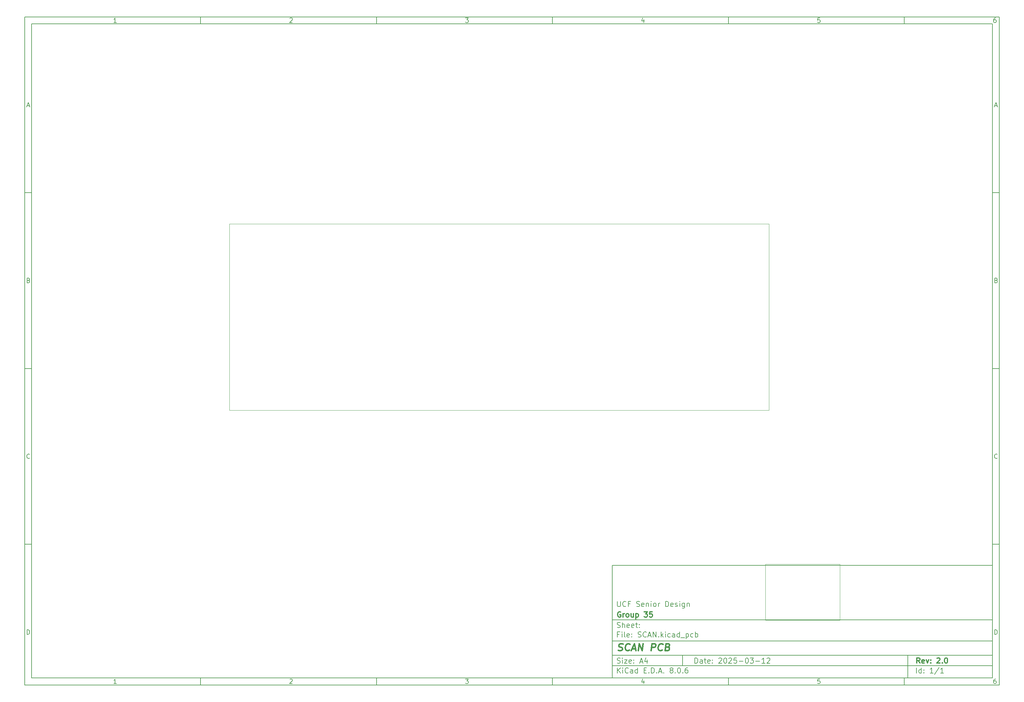
<source format=gbr>
G04 #@! TF.GenerationSoftware,KiCad,Pcbnew,8.0.6*
G04 #@! TF.CreationDate,2025-03-13T06:21:31-04:00*
G04 #@! TF.ProjectId,SCAN,5343414e-2e6b-4696-9361-645f70636258,2.0*
G04 #@! TF.SameCoordinates,Original*
G04 #@! TF.FileFunction,Profile,NP*
%FSLAX46Y46*%
G04 Gerber Fmt 4.6, Leading zero omitted, Abs format (unit mm)*
G04 Created by KiCad (PCBNEW 8.0.6) date 2025-03-13 06:21:31*
%MOMM*%
%LPD*%
G01*
G04 APERTURE LIST*
%ADD10C,0.100000*%
%ADD11C,0.150000*%
%ADD12C,0.300000*%
%ADD13C,0.400000*%
G04 #@! TA.AperFunction,Profile*
%ADD14C,0.100000*%
G04 #@! TD*
G04 APERTURE END LIST*
D10*
X220538867Y-165653700D02*
X220538867Y-181528700D01*
X241705533Y-181528700D01*
X241705533Y-165653700D01*
X220538867Y-165653700D01*
D11*
X177002200Y-166007200D02*
X285002200Y-166007200D01*
X285002200Y-198007200D01*
X177002200Y-198007200D01*
X177002200Y-166007200D01*
D10*
D11*
X10000000Y-10000000D02*
X287002200Y-10000000D01*
X287002200Y-200007200D01*
X10000000Y-200007200D01*
X10000000Y-10000000D01*
D10*
D11*
X12000000Y-12000000D02*
X285002200Y-12000000D01*
X285002200Y-198007200D01*
X12000000Y-198007200D01*
X12000000Y-12000000D01*
D10*
D11*
X60000000Y-12000000D02*
X60000000Y-10000000D01*
D10*
D11*
X110000000Y-12000000D02*
X110000000Y-10000000D01*
D10*
D11*
X160000000Y-12000000D02*
X160000000Y-10000000D01*
D10*
D11*
X210000000Y-12000000D02*
X210000000Y-10000000D01*
D10*
D11*
X260000000Y-12000000D02*
X260000000Y-10000000D01*
D10*
D11*
X36089160Y-11593604D02*
X35346303Y-11593604D01*
X35717731Y-11593604D02*
X35717731Y-10293604D01*
X35717731Y-10293604D02*
X35593922Y-10479319D01*
X35593922Y-10479319D02*
X35470112Y-10603128D01*
X35470112Y-10603128D02*
X35346303Y-10665033D01*
D10*
D11*
X85346303Y-10417414D02*
X85408207Y-10355509D01*
X85408207Y-10355509D02*
X85532017Y-10293604D01*
X85532017Y-10293604D02*
X85841541Y-10293604D01*
X85841541Y-10293604D02*
X85965350Y-10355509D01*
X85965350Y-10355509D02*
X86027255Y-10417414D01*
X86027255Y-10417414D02*
X86089160Y-10541223D01*
X86089160Y-10541223D02*
X86089160Y-10665033D01*
X86089160Y-10665033D02*
X86027255Y-10850747D01*
X86027255Y-10850747D02*
X85284398Y-11593604D01*
X85284398Y-11593604D02*
X86089160Y-11593604D01*
D10*
D11*
X135284398Y-10293604D02*
X136089160Y-10293604D01*
X136089160Y-10293604D02*
X135655826Y-10788842D01*
X135655826Y-10788842D02*
X135841541Y-10788842D01*
X135841541Y-10788842D02*
X135965350Y-10850747D01*
X135965350Y-10850747D02*
X136027255Y-10912652D01*
X136027255Y-10912652D02*
X136089160Y-11036461D01*
X136089160Y-11036461D02*
X136089160Y-11345985D01*
X136089160Y-11345985D02*
X136027255Y-11469795D01*
X136027255Y-11469795D02*
X135965350Y-11531700D01*
X135965350Y-11531700D02*
X135841541Y-11593604D01*
X135841541Y-11593604D02*
X135470112Y-11593604D01*
X135470112Y-11593604D02*
X135346303Y-11531700D01*
X135346303Y-11531700D02*
X135284398Y-11469795D01*
D10*
D11*
X185965350Y-10726938D02*
X185965350Y-11593604D01*
X185655826Y-10231700D02*
X185346303Y-11160271D01*
X185346303Y-11160271D02*
X186151064Y-11160271D01*
D10*
D11*
X236027255Y-10293604D02*
X235408207Y-10293604D01*
X235408207Y-10293604D02*
X235346303Y-10912652D01*
X235346303Y-10912652D02*
X235408207Y-10850747D01*
X235408207Y-10850747D02*
X235532017Y-10788842D01*
X235532017Y-10788842D02*
X235841541Y-10788842D01*
X235841541Y-10788842D02*
X235965350Y-10850747D01*
X235965350Y-10850747D02*
X236027255Y-10912652D01*
X236027255Y-10912652D02*
X236089160Y-11036461D01*
X236089160Y-11036461D02*
X236089160Y-11345985D01*
X236089160Y-11345985D02*
X236027255Y-11469795D01*
X236027255Y-11469795D02*
X235965350Y-11531700D01*
X235965350Y-11531700D02*
X235841541Y-11593604D01*
X235841541Y-11593604D02*
X235532017Y-11593604D01*
X235532017Y-11593604D02*
X235408207Y-11531700D01*
X235408207Y-11531700D02*
X235346303Y-11469795D01*
D10*
D11*
X285965350Y-10293604D02*
X285717731Y-10293604D01*
X285717731Y-10293604D02*
X285593922Y-10355509D01*
X285593922Y-10355509D02*
X285532017Y-10417414D01*
X285532017Y-10417414D02*
X285408207Y-10603128D01*
X285408207Y-10603128D02*
X285346303Y-10850747D01*
X285346303Y-10850747D02*
X285346303Y-11345985D01*
X285346303Y-11345985D02*
X285408207Y-11469795D01*
X285408207Y-11469795D02*
X285470112Y-11531700D01*
X285470112Y-11531700D02*
X285593922Y-11593604D01*
X285593922Y-11593604D02*
X285841541Y-11593604D01*
X285841541Y-11593604D02*
X285965350Y-11531700D01*
X285965350Y-11531700D02*
X286027255Y-11469795D01*
X286027255Y-11469795D02*
X286089160Y-11345985D01*
X286089160Y-11345985D02*
X286089160Y-11036461D01*
X286089160Y-11036461D02*
X286027255Y-10912652D01*
X286027255Y-10912652D02*
X285965350Y-10850747D01*
X285965350Y-10850747D02*
X285841541Y-10788842D01*
X285841541Y-10788842D02*
X285593922Y-10788842D01*
X285593922Y-10788842D02*
X285470112Y-10850747D01*
X285470112Y-10850747D02*
X285408207Y-10912652D01*
X285408207Y-10912652D02*
X285346303Y-11036461D01*
D10*
D11*
X60000000Y-198007200D02*
X60000000Y-200007200D01*
D10*
D11*
X110000000Y-198007200D02*
X110000000Y-200007200D01*
D10*
D11*
X160000000Y-198007200D02*
X160000000Y-200007200D01*
D10*
D11*
X210000000Y-198007200D02*
X210000000Y-200007200D01*
D10*
D11*
X260000000Y-198007200D02*
X260000000Y-200007200D01*
D10*
D11*
X36089160Y-199600804D02*
X35346303Y-199600804D01*
X35717731Y-199600804D02*
X35717731Y-198300804D01*
X35717731Y-198300804D02*
X35593922Y-198486519D01*
X35593922Y-198486519D02*
X35470112Y-198610328D01*
X35470112Y-198610328D02*
X35346303Y-198672233D01*
D10*
D11*
X85346303Y-198424614D02*
X85408207Y-198362709D01*
X85408207Y-198362709D02*
X85532017Y-198300804D01*
X85532017Y-198300804D02*
X85841541Y-198300804D01*
X85841541Y-198300804D02*
X85965350Y-198362709D01*
X85965350Y-198362709D02*
X86027255Y-198424614D01*
X86027255Y-198424614D02*
X86089160Y-198548423D01*
X86089160Y-198548423D02*
X86089160Y-198672233D01*
X86089160Y-198672233D02*
X86027255Y-198857947D01*
X86027255Y-198857947D02*
X85284398Y-199600804D01*
X85284398Y-199600804D02*
X86089160Y-199600804D01*
D10*
D11*
X135284398Y-198300804D02*
X136089160Y-198300804D01*
X136089160Y-198300804D02*
X135655826Y-198796042D01*
X135655826Y-198796042D02*
X135841541Y-198796042D01*
X135841541Y-198796042D02*
X135965350Y-198857947D01*
X135965350Y-198857947D02*
X136027255Y-198919852D01*
X136027255Y-198919852D02*
X136089160Y-199043661D01*
X136089160Y-199043661D02*
X136089160Y-199353185D01*
X136089160Y-199353185D02*
X136027255Y-199476995D01*
X136027255Y-199476995D02*
X135965350Y-199538900D01*
X135965350Y-199538900D02*
X135841541Y-199600804D01*
X135841541Y-199600804D02*
X135470112Y-199600804D01*
X135470112Y-199600804D02*
X135346303Y-199538900D01*
X135346303Y-199538900D02*
X135284398Y-199476995D01*
D10*
D11*
X185965350Y-198734138D02*
X185965350Y-199600804D01*
X185655826Y-198238900D02*
X185346303Y-199167471D01*
X185346303Y-199167471D02*
X186151064Y-199167471D01*
D10*
D11*
X236027255Y-198300804D02*
X235408207Y-198300804D01*
X235408207Y-198300804D02*
X235346303Y-198919852D01*
X235346303Y-198919852D02*
X235408207Y-198857947D01*
X235408207Y-198857947D02*
X235532017Y-198796042D01*
X235532017Y-198796042D02*
X235841541Y-198796042D01*
X235841541Y-198796042D02*
X235965350Y-198857947D01*
X235965350Y-198857947D02*
X236027255Y-198919852D01*
X236027255Y-198919852D02*
X236089160Y-199043661D01*
X236089160Y-199043661D02*
X236089160Y-199353185D01*
X236089160Y-199353185D02*
X236027255Y-199476995D01*
X236027255Y-199476995D02*
X235965350Y-199538900D01*
X235965350Y-199538900D02*
X235841541Y-199600804D01*
X235841541Y-199600804D02*
X235532017Y-199600804D01*
X235532017Y-199600804D02*
X235408207Y-199538900D01*
X235408207Y-199538900D02*
X235346303Y-199476995D01*
D10*
D11*
X285965350Y-198300804D02*
X285717731Y-198300804D01*
X285717731Y-198300804D02*
X285593922Y-198362709D01*
X285593922Y-198362709D02*
X285532017Y-198424614D01*
X285532017Y-198424614D02*
X285408207Y-198610328D01*
X285408207Y-198610328D02*
X285346303Y-198857947D01*
X285346303Y-198857947D02*
X285346303Y-199353185D01*
X285346303Y-199353185D02*
X285408207Y-199476995D01*
X285408207Y-199476995D02*
X285470112Y-199538900D01*
X285470112Y-199538900D02*
X285593922Y-199600804D01*
X285593922Y-199600804D02*
X285841541Y-199600804D01*
X285841541Y-199600804D02*
X285965350Y-199538900D01*
X285965350Y-199538900D02*
X286027255Y-199476995D01*
X286027255Y-199476995D02*
X286089160Y-199353185D01*
X286089160Y-199353185D02*
X286089160Y-199043661D01*
X286089160Y-199043661D02*
X286027255Y-198919852D01*
X286027255Y-198919852D02*
X285965350Y-198857947D01*
X285965350Y-198857947D02*
X285841541Y-198796042D01*
X285841541Y-198796042D02*
X285593922Y-198796042D01*
X285593922Y-198796042D02*
X285470112Y-198857947D01*
X285470112Y-198857947D02*
X285408207Y-198919852D01*
X285408207Y-198919852D02*
X285346303Y-199043661D01*
D10*
D11*
X10000000Y-60000000D02*
X12000000Y-60000000D01*
D10*
D11*
X10000000Y-110000000D02*
X12000000Y-110000000D01*
D10*
D11*
X10000000Y-160000000D02*
X12000000Y-160000000D01*
D10*
D11*
X10690476Y-35222176D02*
X11309523Y-35222176D01*
X10566666Y-35593604D02*
X10999999Y-34293604D01*
X10999999Y-34293604D02*
X11433333Y-35593604D01*
D10*
D11*
X11092857Y-84912652D02*
X11278571Y-84974557D01*
X11278571Y-84974557D02*
X11340476Y-85036461D01*
X11340476Y-85036461D02*
X11402380Y-85160271D01*
X11402380Y-85160271D02*
X11402380Y-85345985D01*
X11402380Y-85345985D02*
X11340476Y-85469795D01*
X11340476Y-85469795D02*
X11278571Y-85531700D01*
X11278571Y-85531700D02*
X11154761Y-85593604D01*
X11154761Y-85593604D02*
X10659523Y-85593604D01*
X10659523Y-85593604D02*
X10659523Y-84293604D01*
X10659523Y-84293604D02*
X11092857Y-84293604D01*
X11092857Y-84293604D02*
X11216666Y-84355509D01*
X11216666Y-84355509D02*
X11278571Y-84417414D01*
X11278571Y-84417414D02*
X11340476Y-84541223D01*
X11340476Y-84541223D02*
X11340476Y-84665033D01*
X11340476Y-84665033D02*
X11278571Y-84788842D01*
X11278571Y-84788842D02*
X11216666Y-84850747D01*
X11216666Y-84850747D02*
X11092857Y-84912652D01*
X11092857Y-84912652D02*
X10659523Y-84912652D01*
D10*
D11*
X11402380Y-135469795D02*
X11340476Y-135531700D01*
X11340476Y-135531700D02*
X11154761Y-135593604D01*
X11154761Y-135593604D02*
X11030952Y-135593604D01*
X11030952Y-135593604D02*
X10845238Y-135531700D01*
X10845238Y-135531700D02*
X10721428Y-135407890D01*
X10721428Y-135407890D02*
X10659523Y-135284080D01*
X10659523Y-135284080D02*
X10597619Y-135036461D01*
X10597619Y-135036461D02*
X10597619Y-134850747D01*
X10597619Y-134850747D02*
X10659523Y-134603128D01*
X10659523Y-134603128D02*
X10721428Y-134479319D01*
X10721428Y-134479319D02*
X10845238Y-134355509D01*
X10845238Y-134355509D02*
X11030952Y-134293604D01*
X11030952Y-134293604D02*
X11154761Y-134293604D01*
X11154761Y-134293604D02*
X11340476Y-134355509D01*
X11340476Y-134355509D02*
X11402380Y-134417414D01*
D10*
D11*
X10659523Y-185593604D02*
X10659523Y-184293604D01*
X10659523Y-184293604D02*
X10969047Y-184293604D01*
X10969047Y-184293604D02*
X11154761Y-184355509D01*
X11154761Y-184355509D02*
X11278571Y-184479319D01*
X11278571Y-184479319D02*
X11340476Y-184603128D01*
X11340476Y-184603128D02*
X11402380Y-184850747D01*
X11402380Y-184850747D02*
X11402380Y-185036461D01*
X11402380Y-185036461D02*
X11340476Y-185284080D01*
X11340476Y-185284080D02*
X11278571Y-185407890D01*
X11278571Y-185407890D02*
X11154761Y-185531700D01*
X11154761Y-185531700D02*
X10969047Y-185593604D01*
X10969047Y-185593604D02*
X10659523Y-185593604D01*
D10*
D11*
X287002200Y-60000000D02*
X285002200Y-60000000D01*
D10*
D11*
X287002200Y-110000000D02*
X285002200Y-110000000D01*
D10*
D11*
X287002200Y-160000000D02*
X285002200Y-160000000D01*
D10*
D11*
X285692676Y-35222176D02*
X286311723Y-35222176D01*
X285568866Y-35593604D02*
X286002199Y-34293604D01*
X286002199Y-34293604D02*
X286435533Y-35593604D01*
D10*
D11*
X286095057Y-84912652D02*
X286280771Y-84974557D01*
X286280771Y-84974557D02*
X286342676Y-85036461D01*
X286342676Y-85036461D02*
X286404580Y-85160271D01*
X286404580Y-85160271D02*
X286404580Y-85345985D01*
X286404580Y-85345985D02*
X286342676Y-85469795D01*
X286342676Y-85469795D02*
X286280771Y-85531700D01*
X286280771Y-85531700D02*
X286156961Y-85593604D01*
X286156961Y-85593604D02*
X285661723Y-85593604D01*
X285661723Y-85593604D02*
X285661723Y-84293604D01*
X285661723Y-84293604D02*
X286095057Y-84293604D01*
X286095057Y-84293604D02*
X286218866Y-84355509D01*
X286218866Y-84355509D02*
X286280771Y-84417414D01*
X286280771Y-84417414D02*
X286342676Y-84541223D01*
X286342676Y-84541223D02*
X286342676Y-84665033D01*
X286342676Y-84665033D02*
X286280771Y-84788842D01*
X286280771Y-84788842D02*
X286218866Y-84850747D01*
X286218866Y-84850747D02*
X286095057Y-84912652D01*
X286095057Y-84912652D02*
X285661723Y-84912652D01*
D10*
D11*
X286404580Y-135469795D02*
X286342676Y-135531700D01*
X286342676Y-135531700D02*
X286156961Y-135593604D01*
X286156961Y-135593604D02*
X286033152Y-135593604D01*
X286033152Y-135593604D02*
X285847438Y-135531700D01*
X285847438Y-135531700D02*
X285723628Y-135407890D01*
X285723628Y-135407890D02*
X285661723Y-135284080D01*
X285661723Y-135284080D02*
X285599819Y-135036461D01*
X285599819Y-135036461D02*
X285599819Y-134850747D01*
X285599819Y-134850747D02*
X285661723Y-134603128D01*
X285661723Y-134603128D02*
X285723628Y-134479319D01*
X285723628Y-134479319D02*
X285847438Y-134355509D01*
X285847438Y-134355509D02*
X286033152Y-134293604D01*
X286033152Y-134293604D02*
X286156961Y-134293604D01*
X286156961Y-134293604D02*
X286342676Y-134355509D01*
X286342676Y-134355509D02*
X286404580Y-134417414D01*
D10*
D11*
X285661723Y-185593604D02*
X285661723Y-184293604D01*
X285661723Y-184293604D02*
X285971247Y-184293604D01*
X285971247Y-184293604D02*
X286156961Y-184355509D01*
X286156961Y-184355509D02*
X286280771Y-184479319D01*
X286280771Y-184479319D02*
X286342676Y-184603128D01*
X286342676Y-184603128D02*
X286404580Y-184850747D01*
X286404580Y-184850747D02*
X286404580Y-185036461D01*
X286404580Y-185036461D02*
X286342676Y-185284080D01*
X286342676Y-185284080D02*
X286280771Y-185407890D01*
X286280771Y-185407890D02*
X286156961Y-185531700D01*
X286156961Y-185531700D02*
X285971247Y-185593604D01*
X285971247Y-185593604D02*
X285661723Y-185593604D01*
D10*
D11*
X200458026Y-193793328D02*
X200458026Y-192293328D01*
X200458026Y-192293328D02*
X200815169Y-192293328D01*
X200815169Y-192293328D02*
X201029455Y-192364757D01*
X201029455Y-192364757D02*
X201172312Y-192507614D01*
X201172312Y-192507614D02*
X201243741Y-192650471D01*
X201243741Y-192650471D02*
X201315169Y-192936185D01*
X201315169Y-192936185D02*
X201315169Y-193150471D01*
X201315169Y-193150471D02*
X201243741Y-193436185D01*
X201243741Y-193436185D02*
X201172312Y-193579042D01*
X201172312Y-193579042D02*
X201029455Y-193721900D01*
X201029455Y-193721900D02*
X200815169Y-193793328D01*
X200815169Y-193793328D02*
X200458026Y-193793328D01*
X202600884Y-193793328D02*
X202600884Y-193007614D01*
X202600884Y-193007614D02*
X202529455Y-192864757D01*
X202529455Y-192864757D02*
X202386598Y-192793328D01*
X202386598Y-192793328D02*
X202100884Y-192793328D01*
X202100884Y-192793328D02*
X201958026Y-192864757D01*
X202600884Y-193721900D02*
X202458026Y-193793328D01*
X202458026Y-193793328D02*
X202100884Y-193793328D01*
X202100884Y-193793328D02*
X201958026Y-193721900D01*
X201958026Y-193721900D02*
X201886598Y-193579042D01*
X201886598Y-193579042D02*
X201886598Y-193436185D01*
X201886598Y-193436185D02*
X201958026Y-193293328D01*
X201958026Y-193293328D02*
X202100884Y-193221900D01*
X202100884Y-193221900D02*
X202458026Y-193221900D01*
X202458026Y-193221900D02*
X202600884Y-193150471D01*
X203100884Y-192793328D02*
X203672312Y-192793328D01*
X203315169Y-192293328D02*
X203315169Y-193579042D01*
X203315169Y-193579042D02*
X203386598Y-193721900D01*
X203386598Y-193721900D02*
X203529455Y-193793328D01*
X203529455Y-193793328D02*
X203672312Y-193793328D01*
X204743741Y-193721900D02*
X204600884Y-193793328D01*
X204600884Y-193793328D02*
X204315170Y-193793328D01*
X204315170Y-193793328D02*
X204172312Y-193721900D01*
X204172312Y-193721900D02*
X204100884Y-193579042D01*
X204100884Y-193579042D02*
X204100884Y-193007614D01*
X204100884Y-193007614D02*
X204172312Y-192864757D01*
X204172312Y-192864757D02*
X204315170Y-192793328D01*
X204315170Y-192793328D02*
X204600884Y-192793328D01*
X204600884Y-192793328D02*
X204743741Y-192864757D01*
X204743741Y-192864757D02*
X204815170Y-193007614D01*
X204815170Y-193007614D02*
X204815170Y-193150471D01*
X204815170Y-193150471D02*
X204100884Y-193293328D01*
X205458026Y-193650471D02*
X205529455Y-193721900D01*
X205529455Y-193721900D02*
X205458026Y-193793328D01*
X205458026Y-193793328D02*
X205386598Y-193721900D01*
X205386598Y-193721900D02*
X205458026Y-193650471D01*
X205458026Y-193650471D02*
X205458026Y-193793328D01*
X205458026Y-192864757D02*
X205529455Y-192936185D01*
X205529455Y-192936185D02*
X205458026Y-193007614D01*
X205458026Y-193007614D02*
X205386598Y-192936185D01*
X205386598Y-192936185D02*
X205458026Y-192864757D01*
X205458026Y-192864757D02*
X205458026Y-193007614D01*
X207243741Y-192436185D02*
X207315169Y-192364757D01*
X207315169Y-192364757D02*
X207458027Y-192293328D01*
X207458027Y-192293328D02*
X207815169Y-192293328D01*
X207815169Y-192293328D02*
X207958027Y-192364757D01*
X207958027Y-192364757D02*
X208029455Y-192436185D01*
X208029455Y-192436185D02*
X208100884Y-192579042D01*
X208100884Y-192579042D02*
X208100884Y-192721900D01*
X208100884Y-192721900D02*
X208029455Y-192936185D01*
X208029455Y-192936185D02*
X207172312Y-193793328D01*
X207172312Y-193793328D02*
X208100884Y-193793328D01*
X209029455Y-192293328D02*
X209172312Y-192293328D01*
X209172312Y-192293328D02*
X209315169Y-192364757D01*
X209315169Y-192364757D02*
X209386598Y-192436185D01*
X209386598Y-192436185D02*
X209458026Y-192579042D01*
X209458026Y-192579042D02*
X209529455Y-192864757D01*
X209529455Y-192864757D02*
X209529455Y-193221900D01*
X209529455Y-193221900D02*
X209458026Y-193507614D01*
X209458026Y-193507614D02*
X209386598Y-193650471D01*
X209386598Y-193650471D02*
X209315169Y-193721900D01*
X209315169Y-193721900D02*
X209172312Y-193793328D01*
X209172312Y-193793328D02*
X209029455Y-193793328D01*
X209029455Y-193793328D02*
X208886598Y-193721900D01*
X208886598Y-193721900D02*
X208815169Y-193650471D01*
X208815169Y-193650471D02*
X208743740Y-193507614D01*
X208743740Y-193507614D02*
X208672312Y-193221900D01*
X208672312Y-193221900D02*
X208672312Y-192864757D01*
X208672312Y-192864757D02*
X208743740Y-192579042D01*
X208743740Y-192579042D02*
X208815169Y-192436185D01*
X208815169Y-192436185D02*
X208886598Y-192364757D01*
X208886598Y-192364757D02*
X209029455Y-192293328D01*
X210100883Y-192436185D02*
X210172311Y-192364757D01*
X210172311Y-192364757D02*
X210315169Y-192293328D01*
X210315169Y-192293328D02*
X210672311Y-192293328D01*
X210672311Y-192293328D02*
X210815169Y-192364757D01*
X210815169Y-192364757D02*
X210886597Y-192436185D01*
X210886597Y-192436185D02*
X210958026Y-192579042D01*
X210958026Y-192579042D02*
X210958026Y-192721900D01*
X210958026Y-192721900D02*
X210886597Y-192936185D01*
X210886597Y-192936185D02*
X210029454Y-193793328D01*
X210029454Y-193793328D02*
X210958026Y-193793328D01*
X212315168Y-192293328D02*
X211600882Y-192293328D01*
X211600882Y-192293328D02*
X211529454Y-193007614D01*
X211529454Y-193007614D02*
X211600882Y-192936185D01*
X211600882Y-192936185D02*
X211743740Y-192864757D01*
X211743740Y-192864757D02*
X212100882Y-192864757D01*
X212100882Y-192864757D02*
X212243740Y-192936185D01*
X212243740Y-192936185D02*
X212315168Y-193007614D01*
X212315168Y-193007614D02*
X212386597Y-193150471D01*
X212386597Y-193150471D02*
X212386597Y-193507614D01*
X212386597Y-193507614D02*
X212315168Y-193650471D01*
X212315168Y-193650471D02*
X212243740Y-193721900D01*
X212243740Y-193721900D02*
X212100882Y-193793328D01*
X212100882Y-193793328D02*
X211743740Y-193793328D01*
X211743740Y-193793328D02*
X211600882Y-193721900D01*
X211600882Y-193721900D02*
X211529454Y-193650471D01*
X213029453Y-193221900D02*
X214172311Y-193221900D01*
X215172311Y-192293328D02*
X215315168Y-192293328D01*
X215315168Y-192293328D02*
X215458025Y-192364757D01*
X215458025Y-192364757D02*
X215529454Y-192436185D01*
X215529454Y-192436185D02*
X215600882Y-192579042D01*
X215600882Y-192579042D02*
X215672311Y-192864757D01*
X215672311Y-192864757D02*
X215672311Y-193221900D01*
X215672311Y-193221900D02*
X215600882Y-193507614D01*
X215600882Y-193507614D02*
X215529454Y-193650471D01*
X215529454Y-193650471D02*
X215458025Y-193721900D01*
X215458025Y-193721900D02*
X215315168Y-193793328D01*
X215315168Y-193793328D02*
X215172311Y-193793328D01*
X215172311Y-193793328D02*
X215029454Y-193721900D01*
X215029454Y-193721900D02*
X214958025Y-193650471D01*
X214958025Y-193650471D02*
X214886596Y-193507614D01*
X214886596Y-193507614D02*
X214815168Y-193221900D01*
X214815168Y-193221900D02*
X214815168Y-192864757D01*
X214815168Y-192864757D02*
X214886596Y-192579042D01*
X214886596Y-192579042D02*
X214958025Y-192436185D01*
X214958025Y-192436185D02*
X215029454Y-192364757D01*
X215029454Y-192364757D02*
X215172311Y-192293328D01*
X216172310Y-192293328D02*
X217100882Y-192293328D01*
X217100882Y-192293328D02*
X216600882Y-192864757D01*
X216600882Y-192864757D02*
X216815167Y-192864757D01*
X216815167Y-192864757D02*
X216958025Y-192936185D01*
X216958025Y-192936185D02*
X217029453Y-193007614D01*
X217029453Y-193007614D02*
X217100882Y-193150471D01*
X217100882Y-193150471D02*
X217100882Y-193507614D01*
X217100882Y-193507614D02*
X217029453Y-193650471D01*
X217029453Y-193650471D02*
X216958025Y-193721900D01*
X216958025Y-193721900D02*
X216815167Y-193793328D01*
X216815167Y-193793328D02*
X216386596Y-193793328D01*
X216386596Y-193793328D02*
X216243739Y-193721900D01*
X216243739Y-193721900D02*
X216172310Y-193650471D01*
X217743738Y-193221900D02*
X218886596Y-193221900D01*
X220386596Y-193793328D02*
X219529453Y-193793328D01*
X219958024Y-193793328D02*
X219958024Y-192293328D01*
X219958024Y-192293328D02*
X219815167Y-192507614D01*
X219815167Y-192507614D02*
X219672310Y-192650471D01*
X219672310Y-192650471D02*
X219529453Y-192721900D01*
X220958024Y-192436185D02*
X221029452Y-192364757D01*
X221029452Y-192364757D02*
X221172310Y-192293328D01*
X221172310Y-192293328D02*
X221529452Y-192293328D01*
X221529452Y-192293328D02*
X221672310Y-192364757D01*
X221672310Y-192364757D02*
X221743738Y-192436185D01*
X221743738Y-192436185D02*
X221815167Y-192579042D01*
X221815167Y-192579042D02*
X221815167Y-192721900D01*
X221815167Y-192721900D02*
X221743738Y-192936185D01*
X221743738Y-192936185D02*
X220886595Y-193793328D01*
X220886595Y-193793328D02*
X221815167Y-193793328D01*
D10*
D11*
X177002200Y-194507200D02*
X285002200Y-194507200D01*
D10*
D11*
X178458026Y-196593328D02*
X178458026Y-195093328D01*
X179315169Y-196593328D02*
X178672312Y-195736185D01*
X179315169Y-195093328D02*
X178458026Y-195950471D01*
X179958026Y-196593328D02*
X179958026Y-195593328D01*
X179958026Y-195093328D02*
X179886598Y-195164757D01*
X179886598Y-195164757D02*
X179958026Y-195236185D01*
X179958026Y-195236185D02*
X180029455Y-195164757D01*
X180029455Y-195164757D02*
X179958026Y-195093328D01*
X179958026Y-195093328D02*
X179958026Y-195236185D01*
X181529455Y-196450471D02*
X181458027Y-196521900D01*
X181458027Y-196521900D02*
X181243741Y-196593328D01*
X181243741Y-196593328D02*
X181100884Y-196593328D01*
X181100884Y-196593328D02*
X180886598Y-196521900D01*
X180886598Y-196521900D02*
X180743741Y-196379042D01*
X180743741Y-196379042D02*
X180672312Y-196236185D01*
X180672312Y-196236185D02*
X180600884Y-195950471D01*
X180600884Y-195950471D02*
X180600884Y-195736185D01*
X180600884Y-195736185D02*
X180672312Y-195450471D01*
X180672312Y-195450471D02*
X180743741Y-195307614D01*
X180743741Y-195307614D02*
X180886598Y-195164757D01*
X180886598Y-195164757D02*
X181100884Y-195093328D01*
X181100884Y-195093328D02*
X181243741Y-195093328D01*
X181243741Y-195093328D02*
X181458027Y-195164757D01*
X181458027Y-195164757D02*
X181529455Y-195236185D01*
X182815170Y-196593328D02*
X182815170Y-195807614D01*
X182815170Y-195807614D02*
X182743741Y-195664757D01*
X182743741Y-195664757D02*
X182600884Y-195593328D01*
X182600884Y-195593328D02*
X182315170Y-195593328D01*
X182315170Y-195593328D02*
X182172312Y-195664757D01*
X182815170Y-196521900D02*
X182672312Y-196593328D01*
X182672312Y-196593328D02*
X182315170Y-196593328D01*
X182315170Y-196593328D02*
X182172312Y-196521900D01*
X182172312Y-196521900D02*
X182100884Y-196379042D01*
X182100884Y-196379042D02*
X182100884Y-196236185D01*
X182100884Y-196236185D02*
X182172312Y-196093328D01*
X182172312Y-196093328D02*
X182315170Y-196021900D01*
X182315170Y-196021900D02*
X182672312Y-196021900D01*
X182672312Y-196021900D02*
X182815170Y-195950471D01*
X184172313Y-196593328D02*
X184172313Y-195093328D01*
X184172313Y-196521900D02*
X184029455Y-196593328D01*
X184029455Y-196593328D02*
X183743741Y-196593328D01*
X183743741Y-196593328D02*
X183600884Y-196521900D01*
X183600884Y-196521900D02*
X183529455Y-196450471D01*
X183529455Y-196450471D02*
X183458027Y-196307614D01*
X183458027Y-196307614D02*
X183458027Y-195879042D01*
X183458027Y-195879042D02*
X183529455Y-195736185D01*
X183529455Y-195736185D02*
X183600884Y-195664757D01*
X183600884Y-195664757D02*
X183743741Y-195593328D01*
X183743741Y-195593328D02*
X184029455Y-195593328D01*
X184029455Y-195593328D02*
X184172313Y-195664757D01*
X186029455Y-195807614D02*
X186529455Y-195807614D01*
X186743741Y-196593328D02*
X186029455Y-196593328D01*
X186029455Y-196593328D02*
X186029455Y-195093328D01*
X186029455Y-195093328D02*
X186743741Y-195093328D01*
X187386598Y-196450471D02*
X187458027Y-196521900D01*
X187458027Y-196521900D02*
X187386598Y-196593328D01*
X187386598Y-196593328D02*
X187315170Y-196521900D01*
X187315170Y-196521900D02*
X187386598Y-196450471D01*
X187386598Y-196450471D02*
X187386598Y-196593328D01*
X188100884Y-196593328D02*
X188100884Y-195093328D01*
X188100884Y-195093328D02*
X188458027Y-195093328D01*
X188458027Y-195093328D02*
X188672313Y-195164757D01*
X188672313Y-195164757D02*
X188815170Y-195307614D01*
X188815170Y-195307614D02*
X188886599Y-195450471D01*
X188886599Y-195450471D02*
X188958027Y-195736185D01*
X188958027Y-195736185D02*
X188958027Y-195950471D01*
X188958027Y-195950471D02*
X188886599Y-196236185D01*
X188886599Y-196236185D02*
X188815170Y-196379042D01*
X188815170Y-196379042D02*
X188672313Y-196521900D01*
X188672313Y-196521900D02*
X188458027Y-196593328D01*
X188458027Y-196593328D02*
X188100884Y-196593328D01*
X189600884Y-196450471D02*
X189672313Y-196521900D01*
X189672313Y-196521900D02*
X189600884Y-196593328D01*
X189600884Y-196593328D02*
X189529456Y-196521900D01*
X189529456Y-196521900D02*
X189600884Y-196450471D01*
X189600884Y-196450471D02*
X189600884Y-196593328D01*
X190243742Y-196164757D02*
X190958028Y-196164757D01*
X190100885Y-196593328D02*
X190600885Y-195093328D01*
X190600885Y-195093328D02*
X191100885Y-196593328D01*
X191600884Y-196450471D02*
X191672313Y-196521900D01*
X191672313Y-196521900D02*
X191600884Y-196593328D01*
X191600884Y-196593328D02*
X191529456Y-196521900D01*
X191529456Y-196521900D02*
X191600884Y-196450471D01*
X191600884Y-196450471D02*
X191600884Y-196593328D01*
X193672313Y-195736185D02*
X193529456Y-195664757D01*
X193529456Y-195664757D02*
X193458027Y-195593328D01*
X193458027Y-195593328D02*
X193386599Y-195450471D01*
X193386599Y-195450471D02*
X193386599Y-195379042D01*
X193386599Y-195379042D02*
X193458027Y-195236185D01*
X193458027Y-195236185D02*
X193529456Y-195164757D01*
X193529456Y-195164757D02*
X193672313Y-195093328D01*
X193672313Y-195093328D02*
X193958027Y-195093328D01*
X193958027Y-195093328D02*
X194100885Y-195164757D01*
X194100885Y-195164757D02*
X194172313Y-195236185D01*
X194172313Y-195236185D02*
X194243742Y-195379042D01*
X194243742Y-195379042D02*
X194243742Y-195450471D01*
X194243742Y-195450471D02*
X194172313Y-195593328D01*
X194172313Y-195593328D02*
X194100885Y-195664757D01*
X194100885Y-195664757D02*
X193958027Y-195736185D01*
X193958027Y-195736185D02*
X193672313Y-195736185D01*
X193672313Y-195736185D02*
X193529456Y-195807614D01*
X193529456Y-195807614D02*
X193458027Y-195879042D01*
X193458027Y-195879042D02*
X193386599Y-196021900D01*
X193386599Y-196021900D02*
X193386599Y-196307614D01*
X193386599Y-196307614D02*
X193458027Y-196450471D01*
X193458027Y-196450471D02*
X193529456Y-196521900D01*
X193529456Y-196521900D02*
X193672313Y-196593328D01*
X193672313Y-196593328D02*
X193958027Y-196593328D01*
X193958027Y-196593328D02*
X194100885Y-196521900D01*
X194100885Y-196521900D02*
X194172313Y-196450471D01*
X194172313Y-196450471D02*
X194243742Y-196307614D01*
X194243742Y-196307614D02*
X194243742Y-196021900D01*
X194243742Y-196021900D02*
X194172313Y-195879042D01*
X194172313Y-195879042D02*
X194100885Y-195807614D01*
X194100885Y-195807614D02*
X193958027Y-195736185D01*
X194886598Y-196450471D02*
X194958027Y-196521900D01*
X194958027Y-196521900D02*
X194886598Y-196593328D01*
X194886598Y-196593328D02*
X194815170Y-196521900D01*
X194815170Y-196521900D02*
X194886598Y-196450471D01*
X194886598Y-196450471D02*
X194886598Y-196593328D01*
X195886599Y-195093328D02*
X196029456Y-195093328D01*
X196029456Y-195093328D02*
X196172313Y-195164757D01*
X196172313Y-195164757D02*
X196243742Y-195236185D01*
X196243742Y-195236185D02*
X196315170Y-195379042D01*
X196315170Y-195379042D02*
X196386599Y-195664757D01*
X196386599Y-195664757D02*
X196386599Y-196021900D01*
X196386599Y-196021900D02*
X196315170Y-196307614D01*
X196315170Y-196307614D02*
X196243742Y-196450471D01*
X196243742Y-196450471D02*
X196172313Y-196521900D01*
X196172313Y-196521900D02*
X196029456Y-196593328D01*
X196029456Y-196593328D02*
X195886599Y-196593328D01*
X195886599Y-196593328D02*
X195743742Y-196521900D01*
X195743742Y-196521900D02*
X195672313Y-196450471D01*
X195672313Y-196450471D02*
X195600884Y-196307614D01*
X195600884Y-196307614D02*
X195529456Y-196021900D01*
X195529456Y-196021900D02*
X195529456Y-195664757D01*
X195529456Y-195664757D02*
X195600884Y-195379042D01*
X195600884Y-195379042D02*
X195672313Y-195236185D01*
X195672313Y-195236185D02*
X195743742Y-195164757D01*
X195743742Y-195164757D02*
X195886599Y-195093328D01*
X197029455Y-196450471D02*
X197100884Y-196521900D01*
X197100884Y-196521900D02*
X197029455Y-196593328D01*
X197029455Y-196593328D02*
X196958027Y-196521900D01*
X196958027Y-196521900D02*
X197029455Y-196450471D01*
X197029455Y-196450471D02*
X197029455Y-196593328D01*
X198386599Y-195093328D02*
X198100884Y-195093328D01*
X198100884Y-195093328D02*
X197958027Y-195164757D01*
X197958027Y-195164757D02*
X197886599Y-195236185D01*
X197886599Y-195236185D02*
X197743741Y-195450471D01*
X197743741Y-195450471D02*
X197672313Y-195736185D01*
X197672313Y-195736185D02*
X197672313Y-196307614D01*
X197672313Y-196307614D02*
X197743741Y-196450471D01*
X197743741Y-196450471D02*
X197815170Y-196521900D01*
X197815170Y-196521900D02*
X197958027Y-196593328D01*
X197958027Y-196593328D02*
X198243741Y-196593328D01*
X198243741Y-196593328D02*
X198386599Y-196521900D01*
X198386599Y-196521900D02*
X198458027Y-196450471D01*
X198458027Y-196450471D02*
X198529456Y-196307614D01*
X198529456Y-196307614D02*
X198529456Y-195950471D01*
X198529456Y-195950471D02*
X198458027Y-195807614D01*
X198458027Y-195807614D02*
X198386599Y-195736185D01*
X198386599Y-195736185D02*
X198243741Y-195664757D01*
X198243741Y-195664757D02*
X197958027Y-195664757D01*
X197958027Y-195664757D02*
X197815170Y-195736185D01*
X197815170Y-195736185D02*
X197743741Y-195807614D01*
X197743741Y-195807614D02*
X197672313Y-195950471D01*
D10*
D11*
X177002200Y-191507200D02*
X285002200Y-191507200D01*
D10*
D12*
X264413853Y-193785528D02*
X263913853Y-193071242D01*
X263556710Y-193785528D02*
X263556710Y-192285528D01*
X263556710Y-192285528D02*
X264128139Y-192285528D01*
X264128139Y-192285528D02*
X264270996Y-192356957D01*
X264270996Y-192356957D02*
X264342425Y-192428385D01*
X264342425Y-192428385D02*
X264413853Y-192571242D01*
X264413853Y-192571242D02*
X264413853Y-192785528D01*
X264413853Y-192785528D02*
X264342425Y-192928385D01*
X264342425Y-192928385D02*
X264270996Y-192999814D01*
X264270996Y-192999814D02*
X264128139Y-193071242D01*
X264128139Y-193071242D02*
X263556710Y-193071242D01*
X265628139Y-193714100D02*
X265485282Y-193785528D01*
X265485282Y-193785528D02*
X265199568Y-193785528D01*
X265199568Y-193785528D02*
X265056710Y-193714100D01*
X265056710Y-193714100D02*
X264985282Y-193571242D01*
X264985282Y-193571242D02*
X264985282Y-192999814D01*
X264985282Y-192999814D02*
X265056710Y-192856957D01*
X265056710Y-192856957D02*
X265199568Y-192785528D01*
X265199568Y-192785528D02*
X265485282Y-192785528D01*
X265485282Y-192785528D02*
X265628139Y-192856957D01*
X265628139Y-192856957D02*
X265699568Y-192999814D01*
X265699568Y-192999814D02*
X265699568Y-193142671D01*
X265699568Y-193142671D02*
X264985282Y-193285528D01*
X266199567Y-192785528D02*
X266556710Y-193785528D01*
X266556710Y-193785528D02*
X266913853Y-192785528D01*
X267485281Y-193642671D02*
X267556710Y-193714100D01*
X267556710Y-193714100D02*
X267485281Y-193785528D01*
X267485281Y-193785528D02*
X267413853Y-193714100D01*
X267413853Y-193714100D02*
X267485281Y-193642671D01*
X267485281Y-193642671D02*
X267485281Y-193785528D01*
X267485281Y-192856957D02*
X267556710Y-192928385D01*
X267556710Y-192928385D02*
X267485281Y-192999814D01*
X267485281Y-192999814D02*
X267413853Y-192928385D01*
X267413853Y-192928385D02*
X267485281Y-192856957D01*
X267485281Y-192856957D02*
X267485281Y-192999814D01*
X269270996Y-192428385D02*
X269342424Y-192356957D01*
X269342424Y-192356957D02*
X269485282Y-192285528D01*
X269485282Y-192285528D02*
X269842424Y-192285528D01*
X269842424Y-192285528D02*
X269985282Y-192356957D01*
X269985282Y-192356957D02*
X270056710Y-192428385D01*
X270056710Y-192428385D02*
X270128139Y-192571242D01*
X270128139Y-192571242D02*
X270128139Y-192714100D01*
X270128139Y-192714100D02*
X270056710Y-192928385D01*
X270056710Y-192928385D02*
X269199567Y-193785528D01*
X269199567Y-193785528D02*
X270128139Y-193785528D01*
X270770995Y-193642671D02*
X270842424Y-193714100D01*
X270842424Y-193714100D02*
X270770995Y-193785528D01*
X270770995Y-193785528D02*
X270699567Y-193714100D01*
X270699567Y-193714100D02*
X270770995Y-193642671D01*
X270770995Y-193642671D02*
X270770995Y-193785528D01*
X271770996Y-192285528D02*
X271913853Y-192285528D01*
X271913853Y-192285528D02*
X272056710Y-192356957D01*
X272056710Y-192356957D02*
X272128139Y-192428385D01*
X272128139Y-192428385D02*
X272199567Y-192571242D01*
X272199567Y-192571242D02*
X272270996Y-192856957D01*
X272270996Y-192856957D02*
X272270996Y-193214100D01*
X272270996Y-193214100D02*
X272199567Y-193499814D01*
X272199567Y-193499814D02*
X272128139Y-193642671D01*
X272128139Y-193642671D02*
X272056710Y-193714100D01*
X272056710Y-193714100D02*
X271913853Y-193785528D01*
X271913853Y-193785528D02*
X271770996Y-193785528D01*
X271770996Y-193785528D02*
X271628139Y-193714100D01*
X271628139Y-193714100D02*
X271556710Y-193642671D01*
X271556710Y-193642671D02*
X271485281Y-193499814D01*
X271485281Y-193499814D02*
X271413853Y-193214100D01*
X271413853Y-193214100D02*
X271413853Y-192856957D01*
X271413853Y-192856957D02*
X271485281Y-192571242D01*
X271485281Y-192571242D02*
X271556710Y-192428385D01*
X271556710Y-192428385D02*
X271628139Y-192356957D01*
X271628139Y-192356957D02*
X271770996Y-192285528D01*
D10*
D11*
X178386598Y-193721900D02*
X178600884Y-193793328D01*
X178600884Y-193793328D02*
X178958026Y-193793328D01*
X178958026Y-193793328D02*
X179100884Y-193721900D01*
X179100884Y-193721900D02*
X179172312Y-193650471D01*
X179172312Y-193650471D02*
X179243741Y-193507614D01*
X179243741Y-193507614D02*
X179243741Y-193364757D01*
X179243741Y-193364757D02*
X179172312Y-193221900D01*
X179172312Y-193221900D02*
X179100884Y-193150471D01*
X179100884Y-193150471D02*
X178958026Y-193079042D01*
X178958026Y-193079042D02*
X178672312Y-193007614D01*
X178672312Y-193007614D02*
X178529455Y-192936185D01*
X178529455Y-192936185D02*
X178458026Y-192864757D01*
X178458026Y-192864757D02*
X178386598Y-192721900D01*
X178386598Y-192721900D02*
X178386598Y-192579042D01*
X178386598Y-192579042D02*
X178458026Y-192436185D01*
X178458026Y-192436185D02*
X178529455Y-192364757D01*
X178529455Y-192364757D02*
X178672312Y-192293328D01*
X178672312Y-192293328D02*
X179029455Y-192293328D01*
X179029455Y-192293328D02*
X179243741Y-192364757D01*
X179886597Y-193793328D02*
X179886597Y-192793328D01*
X179886597Y-192293328D02*
X179815169Y-192364757D01*
X179815169Y-192364757D02*
X179886597Y-192436185D01*
X179886597Y-192436185D02*
X179958026Y-192364757D01*
X179958026Y-192364757D02*
X179886597Y-192293328D01*
X179886597Y-192293328D02*
X179886597Y-192436185D01*
X180458026Y-192793328D02*
X181243741Y-192793328D01*
X181243741Y-192793328D02*
X180458026Y-193793328D01*
X180458026Y-193793328D02*
X181243741Y-193793328D01*
X182386598Y-193721900D02*
X182243741Y-193793328D01*
X182243741Y-193793328D02*
X181958027Y-193793328D01*
X181958027Y-193793328D02*
X181815169Y-193721900D01*
X181815169Y-193721900D02*
X181743741Y-193579042D01*
X181743741Y-193579042D02*
X181743741Y-193007614D01*
X181743741Y-193007614D02*
X181815169Y-192864757D01*
X181815169Y-192864757D02*
X181958027Y-192793328D01*
X181958027Y-192793328D02*
X182243741Y-192793328D01*
X182243741Y-192793328D02*
X182386598Y-192864757D01*
X182386598Y-192864757D02*
X182458027Y-193007614D01*
X182458027Y-193007614D02*
X182458027Y-193150471D01*
X182458027Y-193150471D02*
X181743741Y-193293328D01*
X183100883Y-193650471D02*
X183172312Y-193721900D01*
X183172312Y-193721900D02*
X183100883Y-193793328D01*
X183100883Y-193793328D02*
X183029455Y-193721900D01*
X183029455Y-193721900D02*
X183100883Y-193650471D01*
X183100883Y-193650471D02*
X183100883Y-193793328D01*
X183100883Y-192864757D02*
X183172312Y-192936185D01*
X183172312Y-192936185D02*
X183100883Y-193007614D01*
X183100883Y-193007614D02*
X183029455Y-192936185D01*
X183029455Y-192936185D02*
X183100883Y-192864757D01*
X183100883Y-192864757D02*
X183100883Y-193007614D01*
X184886598Y-193364757D02*
X185600884Y-193364757D01*
X184743741Y-193793328D02*
X185243741Y-192293328D01*
X185243741Y-192293328D02*
X185743741Y-193793328D01*
X186886598Y-192793328D02*
X186886598Y-193793328D01*
X186529455Y-192221900D02*
X186172312Y-193293328D01*
X186172312Y-193293328D02*
X187100883Y-193293328D01*
D10*
D11*
X263458026Y-196593328D02*
X263458026Y-195093328D01*
X264815170Y-196593328D02*
X264815170Y-195093328D01*
X264815170Y-196521900D02*
X264672312Y-196593328D01*
X264672312Y-196593328D02*
X264386598Y-196593328D01*
X264386598Y-196593328D02*
X264243741Y-196521900D01*
X264243741Y-196521900D02*
X264172312Y-196450471D01*
X264172312Y-196450471D02*
X264100884Y-196307614D01*
X264100884Y-196307614D02*
X264100884Y-195879042D01*
X264100884Y-195879042D02*
X264172312Y-195736185D01*
X264172312Y-195736185D02*
X264243741Y-195664757D01*
X264243741Y-195664757D02*
X264386598Y-195593328D01*
X264386598Y-195593328D02*
X264672312Y-195593328D01*
X264672312Y-195593328D02*
X264815170Y-195664757D01*
X265529455Y-196450471D02*
X265600884Y-196521900D01*
X265600884Y-196521900D02*
X265529455Y-196593328D01*
X265529455Y-196593328D02*
X265458027Y-196521900D01*
X265458027Y-196521900D02*
X265529455Y-196450471D01*
X265529455Y-196450471D02*
X265529455Y-196593328D01*
X265529455Y-195664757D02*
X265600884Y-195736185D01*
X265600884Y-195736185D02*
X265529455Y-195807614D01*
X265529455Y-195807614D02*
X265458027Y-195736185D01*
X265458027Y-195736185D02*
X265529455Y-195664757D01*
X265529455Y-195664757D02*
X265529455Y-195807614D01*
X268172313Y-196593328D02*
X267315170Y-196593328D01*
X267743741Y-196593328D02*
X267743741Y-195093328D01*
X267743741Y-195093328D02*
X267600884Y-195307614D01*
X267600884Y-195307614D02*
X267458027Y-195450471D01*
X267458027Y-195450471D02*
X267315170Y-195521900D01*
X269886598Y-195021900D02*
X268600884Y-196950471D01*
X271172313Y-196593328D02*
X270315170Y-196593328D01*
X270743741Y-196593328D02*
X270743741Y-195093328D01*
X270743741Y-195093328D02*
X270600884Y-195307614D01*
X270600884Y-195307614D02*
X270458027Y-195450471D01*
X270458027Y-195450471D02*
X270315170Y-195521900D01*
D10*
D11*
X177002200Y-187507200D02*
X285002200Y-187507200D01*
D10*
D13*
X178646309Y-190116400D02*
X178920118Y-190211638D01*
X178920118Y-190211638D02*
X179396309Y-190211638D01*
X179396309Y-190211638D02*
X179598690Y-190116400D01*
X179598690Y-190116400D02*
X179705833Y-190021161D01*
X179705833Y-190021161D02*
X179824880Y-189830685D01*
X179824880Y-189830685D02*
X179848690Y-189640209D01*
X179848690Y-189640209D02*
X179777261Y-189449733D01*
X179777261Y-189449733D02*
X179693928Y-189354495D01*
X179693928Y-189354495D02*
X179515357Y-189259257D01*
X179515357Y-189259257D02*
X179146309Y-189164019D01*
X179146309Y-189164019D02*
X178967737Y-189068780D01*
X178967737Y-189068780D02*
X178884404Y-188973542D01*
X178884404Y-188973542D02*
X178812976Y-188783066D01*
X178812976Y-188783066D02*
X178836785Y-188592590D01*
X178836785Y-188592590D02*
X178955833Y-188402114D01*
X178955833Y-188402114D02*
X179062976Y-188306876D01*
X179062976Y-188306876D02*
X179265357Y-188211638D01*
X179265357Y-188211638D02*
X179741547Y-188211638D01*
X179741547Y-188211638D02*
X180015357Y-188306876D01*
X181801071Y-190021161D02*
X181693928Y-190116400D01*
X181693928Y-190116400D02*
X181396309Y-190211638D01*
X181396309Y-190211638D02*
X181205833Y-190211638D01*
X181205833Y-190211638D02*
X180932023Y-190116400D01*
X180932023Y-190116400D02*
X180765357Y-189925923D01*
X180765357Y-189925923D02*
X180693928Y-189735447D01*
X180693928Y-189735447D02*
X180646309Y-189354495D01*
X180646309Y-189354495D02*
X180682023Y-189068780D01*
X180682023Y-189068780D02*
X180824880Y-188687828D01*
X180824880Y-188687828D02*
X180943928Y-188497352D01*
X180943928Y-188497352D02*
X181158214Y-188306876D01*
X181158214Y-188306876D02*
X181455833Y-188211638D01*
X181455833Y-188211638D02*
X181646309Y-188211638D01*
X181646309Y-188211638D02*
X181920119Y-188306876D01*
X181920119Y-188306876D02*
X182003452Y-188402114D01*
X182610595Y-189640209D02*
X183562976Y-189640209D01*
X182348690Y-190211638D02*
X183265357Y-188211638D01*
X183265357Y-188211638D02*
X183682023Y-190211638D01*
X184348690Y-190211638D02*
X184598690Y-188211638D01*
X184598690Y-188211638D02*
X185491547Y-190211638D01*
X185491547Y-190211638D02*
X185741547Y-188211638D01*
X187967738Y-190211638D02*
X188217738Y-188211638D01*
X188217738Y-188211638D02*
X188979643Y-188211638D01*
X188979643Y-188211638D02*
X189158214Y-188306876D01*
X189158214Y-188306876D02*
X189241548Y-188402114D01*
X189241548Y-188402114D02*
X189312976Y-188592590D01*
X189312976Y-188592590D02*
X189277262Y-188878304D01*
X189277262Y-188878304D02*
X189158214Y-189068780D01*
X189158214Y-189068780D02*
X189051072Y-189164019D01*
X189051072Y-189164019D02*
X188848691Y-189259257D01*
X188848691Y-189259257D02*
X188086786Y-189259257D01*
X191134405Y-190021161D02*
X191027262Y-190116400D01*
X191027262Y-190116400D02*
X190729643Y-190211638D01*
X190729643Y-190211638D02*
X190539167Y-190211638D01*
X190539167Y-190211638D02*
X190265357Y-190116400D01*
X190265357Y-190116400D02*
X190098691Y-189925923D01*
X190098691Y-189925923D02*
X190027262Y-189735447D01*
X190027262Y-189735447D02*
X189979643Y-189354495D01*
X189979643Y-189354495D02*
X190015357Y-189068780D01*
X190015357Y-189068780D02*
X190158214Y-188687828D01*
X190158214Y-188687828D02*
X190277262Y-188497352D01*
X190277262Y-188497352D02*
X190491548Y-188306876D01*
X190491548Y-188306876D02*
X190789167Y-188211638D01*
X190789167Y-188211638D02*
X190979643Y-188211638D01*
X190979643Y-188211638D02*
X191253453Y-188306876D01*
X191253453Y-188306876D02*
X191336786Y-188402114D01*
X192765357Y-189164019D02*
X193039167Y-189259257D01*
X193039167Y-189259257D02*
X193122500Y-189354495D01*
X193122500Y-189354495D02*
X193193929Y-189544971D01*
X193193929Y-189544971D02*
X193158214Y-189830685D01*
X193158214Y-189830685D02*
X193039167Y-190021161D01*
X193039167Y-190021161D02*
X192932024Y-190116400D01*
X192932024Y-190116400D02*
X192729643Y-190211638D01*
X192729643Y-190211638D02*
X191967738Y-190211638D01*
X191967738Y-190211638D02*
X192217738Y-188211638D01*
X192217738Y-188211638D02*
X192884405Y-188211638D01*
X192884405Y-188211638D02*
X193062976Y-188306876D01*
X193062976Y-188306876D02*
X193146310Y-188402114D01*
X193146310Y-188402114D02*
X193217738Y-188592590D01*
X193217738Y-188592590D02*
X193193929Y-188783066D01*
X193193929Y-188783066D02*
X193074881Y-188973542D01*
X193074881Y-188973542D02*
X192967738Y-189068780D01*
X192967738Y-189068780D02*
X192765357Y-189164019D01*
X192765357Y-189164019D02*
X192098691Y-189164019D01*
D10*
D11*
X178958026Y-185607614D02*
X178458026Y-185607614D01*
X178458026Y-186393328D02*
X178458026Y-184893328D01*
X178458026Y-184893328D02*
X179172312Y-184893328D01*
X179743740Y-186393328D02*
X179743740Y-185393328D01*
X179743740Y-184893328D02*
X179672312Y-184964757D01*
X179672312Y-184964757D02*
X179743740Y-185036185D01*
X179743740Y-185036185D02*
X179815169Y-184964757D01*
X179815169Y-184964757D02*
X179743740Y-184893328D01*
X179743740Y-184893328D02*
X179743740Y-185036185D01*
X180672312Y-186393328D02*
X180529455Y-186321900D01*
X180529455Y-186321900D02*
X180458026Y-186179042D01*
X180458026Y-186179042D02*
X180458026Y-184893328D01*
X181815169Y-186321900D02*
X181672312Y-186393328D01*
X181672312Y-186393328D02*
X181386598Y-186393328D01*
X181386598Y-186393328D02*
X181243740Y-186321900D01*
X181243740Y-186321900D02*
X181172312Y-186179042D01*
X181172312Y-186179042D02*
X181172312Y-185607614D01*
X181172312Y-185607614D02*
X181243740Y-185464757D01*
X181243740Y-185464757D02*
X181386598Y-185393328D01*
X181386598Y-185393328D02*
X181672312Y-185393328D01*
X181672312Y-185393328D02*
X181815169Y-185464757D01*
X181815169Y-185464757D02*
X181886598Y-185607614D01*
X181886598Y-185607614D02*
X181886598Y-185750471D01*
X181886598Y-185750471D02*
X181172312Y-185893328D01*
X182529454Y-186250471D02*
X182600883Y-186321900D01*
X182600883Y-186321900D02*
X182529454Y-186393328D01*
X182529454Y-186393328D02*
X182458026Y-186321900D01*
X182458026Y-186321900D02*
X182529454Y-186250471D01*
X182529454Y-186250471D02*
X182529454Y-186393328D01*
X182529454Y-185464757D02*
X182600883Y-185536185D01*
X182600883Y-185536185D02*
X182529454Y-185607614D01*
X182529454Y-185607614D02*
X182458026Y-185536185D01*
X182458026Y-185536185D02*
X182529454Y-185464757D01*
X182529454Y-185464757D02*
X182529454Y-185607614D01*
X184315169Y-186321900D02*
X184529455Y-186393328D01*
X184529455Y-186393328D02*
X184886597Y-186393328D01*
X184886597Y-186393328D02*
X185029455Y-186321900D01*
X185029455Y-186321900D02*
X185100883Y-186250471D01*
X185100883Y-186250471D02*
X185172312Y-186107614D01*
X185172312Y-186107614D02*
X185172312Y-185964757D01*
X185172312Y-185964757D02*
X185100883Y-185821900D01*
X185100883Y-185821900D02*
X185029455Y-185750471D01*
X185029455Y-185750471D02*
X184886597Y-185679042D01*
X184886597Y-185679042D02*
X184600883Y-185607614D01*
X184600883Y-185607614D02*
X184458026Y-185536185D01*
X184458026Y-185536185D02*
X184386597Y-185464757D01*
X184386597Y-185464757D02*
X184315169Y-185321900D01*
X184315169Y-185321900D02*
X184315169Y-185179042D01*
X184315169Y-185179042D02*
X184386597Y-185036185D01*
X184386597Y-185036185D02*
X184458026Y-184964757D01*
X184458026Y-184964757D02*
X184600883Y-184893328D01*
X184600883Y-184893328D02*
X184958026Y-184893328D01*
X184958026Y-184893328D02*
X185172312Y-184964757D01*
X186672311Y-186250471D02*
X186600883Y-186321900D01*
X186600883Y-186321900D02*
X186386597Y-186393328D01*
X186386597Y-186393328D02*
X186243740Y-186393328D01*
X186243740Y-186393328D02*
X186029454Y-186321900D01*
X186029454Y-186321900D02*
X185886597Y-186179042D01*
X185886597Y-186179042D02*
X185815168Y-186036185D01*
X185815168Y-186036185D02*
X185743740Y-185750471D01*
X185743740Y-185750471D02*
X185743740Y-185536185D01*
X185743740Y-185536185D02*
X185815168Y-185250471D01*
X185815168Y-185250471D02*
X185886597Y-185107614D01*
X185886597Y-185107614D02*
X186029454Y-184964757D01*
X186029454Y-184964757D02*
X186243740Y-184893328D01*
X186243740Y-184893328D02*
X186386597Y-184893328D01*
X186386597Y-184893328D02*
X186600883Y-184964757D01*
X186600883Y-184964757D02*
X186672311Y-185036185D01*
X187243740Y-185964757D02*
X187958026Y-185964757D01*
X187100883Y-186393328D02*
X187600883Y-184893328D01*
X187600883Y-184893328D02*
X188100883Y-186393328D01*
X188600882Y-186393328D02*
X188600882Y-184893328D01*
X188600882Y-184893328D02*
X189458025Y-186393328D01*
X189458025Y-186393328D02*
X189458025Y-184893328D01*
X190172311Y-186250471D02*
X190243740Y-186321900D01*
X190243740Y-186321900D02*
X190172311Y-186393328D01*
X190172311Y-186393328D02*
X190100883Y-186321900D01*
X190100883Y-186321900D02*
X190172311Y-186250471D01*
X190172311Y-186250471D02*
X190172311Y-186393328D01*
X190886597Y-186393328D02*
X190886597Y-184893328D01*
X191029455Y-185821900D02*
X191458026Y-186393328D01*
X191458026Y-185393328D02*
X190886597Y-185964757D01*
X192100883Y-186393328D02*
X192100883Y-185393328D01*
X192100883Y-184893328D02*
X192029455Y-184964757D01*
X192029455Y-184964757D02*
X192100883Y-185036185D01*
X192100883Y-185036185D02*
X192172312Y-184964757D01*
X192172312Y-184964757D02*
X192100883Y-184893328D01*
X192100883Y-184893328D02*
X192100883Y-185036185D01*
X193458027Y-186321900D02*
X193315169Y-186393328D01*
X193315169Y-186393328D02*
X193029455Y-186393328D01*
X193029455Y-186393328D02*
X192886598Y-186321900D01*
X192886598Y-186321900D02*
X192815169Y-186250471D01*
X192815169Y-186250471D02*
X192743741Y-186107614D01*
X192743741Y-186107614D02*
X192743741Y-185679042D01*
X192743741Y-185679042D02*
X192815169Y-185536185D01*
X192815169Y-185536185D02*
X192886598Y-185464757D01*
X192886598Y-185464757D02*
X193029455Y-185393328D01*
X193029455Y-185393328D02*
X193315169Y-185393328D01*
X193315169Y-185393328D02*
X193458027Y-185464757D01*
X194743741Y-186393328D02*
X194743741Y-185607614D01*
X194743741Y-185607614D02*
X194672312Y-185464757D01*
X194672312Y-185464757D02*
X194529455Y-185393328D01*
X194529455Y-185393328D02*
X194243741Y-185393328D01*
X194243741Y-185393328D02*
X194100883Y-185464757D01*
X194743741Y-186321900D02*
X194600883Y-186393328D01*
X194600883Y-186393328D02*
X194243741Y-186393328D01*
X194243741Y-186393328D02*
X194100883Y-186321900D01*
X194100883Y-186321900D02*
X194029455Y-186179042D01*
X194029455Y-186179042D02*
X194029455Y-186036185D01*
X194029455Y-186036185D02*
X194100883Y-185893328D01*
X194100883Y-185893328D02*
X194243741Y-185821900D01*
X194243741Y-185821900D02*
X194600883Y-185821900D01*
X194600883Y-185821900D02*
X194743741Y-185750471D01*
X196100884Y-186393328D02*
X196100884Y-184893328D01*
X196100884Y-186321900D02*
X195958026Y-186393328D01*
X195958026Y-186393328D02*
X195672312Y-186393328D01*
X195672312Y-186393328D02*
X195529455Y-186321900D01*
X195529455Y-186321900D02*
X195458026Y-186250471D01*
X195458026Y-186250471D02*
X195386598Y-186107614D01*
X195386598Y-186107614D02*
X195386598Y-185679042D01*
X195386598Y-185679042D02*
X195458026Y-185536185D01*
X195458026Y-185536185D02*
X195529455Y-185464757D01*
X195529455Y-185464757D02*
X195672312Y-185393328D01*
X195672312Y-185393328D02*
X195958026Y-185393328D01*
X195958026Y-185393328D02*
X196100884Y-185464757D01*
X196458027Y-186536185D02*
X197600884Y-186536185D01*
X197958026Y-185393328D02*
X197958026Y-186893328D01*
X197958026Y-185464757D02*
X198100884Y-185393328D01*
X198100884Y-185393328D02*
X198386598Y-185393328D01*
X198386598Y-185393328D02*
X198529455Y-185464757D01*
X198529455Y-185464757D02*
X198600884Y-185536185D01*
X198600884Y-185536185D02*
X198672312Y-185679042D01*
X198672312Y-185679042D02*
X198672312Y-186107614D01*
X198672312Y-186107614D02*
X198600884Y-186250471D01*
X198600884Y-186250471D02*
X198529455Y-186321900D01*
X198529455Y-186321900D02*
X198386598Y-186393328D01*
X198386598Y-186393328D02*
X198100884Y-186393328D01*
X198100884Y-186393328D02*
X197958026Y-186321900D01*
X199958027Y-186321900D02*
X199815169Y-186393328D01*
X199815169Y-186393328D02*
X199529455Y-186393328D01*
X199529455Y-186393328D02*
X199386598Y-186321900D01*
X199386598Y-186321900D02*
X199315169Y-186250471D01*
X199315169Y-186250471D02*
X199243741Y-186107614D01*
X199243741Y-186107614D02*
X199243741Y-185679042D01*
X199243741Y-185679042D02*
X199315169Y-185536185D01*
X199315169Y-185536185D02*
X199386598Y-185464757D01*
X199386598Y-185464757D02*
X199529455Y-185393328D01*
X199529455Y-185393328D02*
X199815169Y-185393328D01*
X199815169Y-185393328D02*
X199958027Y-185464757D01*
X200600883Y-186393328D02*
X200600883Y-184893328D01*
X200600883Y-185464757D02*
X200743741Y-185393328D01*
X200743741Y-185393328D02*
X201029455Y-185393328D01*
X201029455Y-185393328D02*
X201172312Y-185464757D01*
X201172312Y-185464757D02*
X201243741Y-185536185D01*
X201243741Y-185536185D02*
X201315169Y-185679042D01*
X201315169Y-185679042D02*
X201315169Y-186107614D01*
X201315169Y-186107614D02*
X201243741Y-186250471D01*
X201243741Y-186250471D02*
X201172312Y-186321900D01*
X201172312Y-186321900D02*
X201029455Y-186393328D01*
X201029455Y-186393328D02*
X200743741Y-186393328D01*
X200743741Y-186393328D02*
X200600883Y-186321900D01*
D10*
D11*
X177002200Y-181507200D02*
X285002200Y-181507200D01*
D10*
D11*
X178386598Y-183621900D02*
X178600884Y-183693328D01*
X178600884Y-183693328D02*
X178958026Y-183693328D01*
X178958026Y-183693328D02*
X179100884Y-183621900D01*
X179100884Y-183621900D02*
X179172312Y-183550471D01*
X179172312Y-183550471D02*
X179243741Y-183407614D01*
X179243741Y-183407614D02*
X179243741Y-183264757D01*
X179243741Y-183264757D02*
X179172312Y-183121900D01*
X179172312Y-183121900D02*
X179100884Y-183050471D01*
X179100884Y-183050471D02*
X178958026Y-182979042D01*
X178958026Y-182979042D02*
X178672312Y-182907614D01*
X178672312Y-182907614D02*
X178529455Y-182836185D01*
X178529455Y-182836185D02*
X178458026Y-182764757D01*
X178458026Y-182764757D02*
X178386598Y-182621900D01*
X178386598Y-182621900D02*
X178386598Y-182479042D01*
X178386598Y-182479042D02*
X178458026Y-182336185D01*
X178458026Y-182336185D02*
X178529455Y-182264757D01*
X178529455Y-182264757D02*
X178672312Y-182193328D01*
X178672312Y-182193328D02*
X179029455Y-182193328D01*
X179029455Y-182193328D02*
X179243741Y-182264757D01*
X179886597Y-183693328D02*
X179886597Y-182193328D01*
X180529455Y-183693328D02*
X180529455Y-182907614D01*
X180529455Y-182907614D02*
X180458026Y-182764757D01*
X180458026Y-182764757D02*
X180315169Y-182693328D01*
X180315169Y-182693328D02*
X180100883Y-182693328D01*
X180100883Y-182693328D02*
X179958026Y-182764757D01*
X179958026Y-182764757D02*
X179886597Y-182836185D01*
X181815169Y-183621900D02*
X181672312Y-183693328D01*
X181672312Y-183693328D02*
X181386598Y-183693328D01*
X181386598Y-183693328D02*
X181243740Y-183621900D01*
X181243740Y-183621900D02*
X181172312Y-183479042D01*
X181172312Y-183479042D02*
X181172312Y-182907614D01*
X181172312Y-182907614D02*
X181243740Y-182764757D01*
X181243740Y-182764757D02*
X181386598Y-182693328D01*
X181386598Y-182693328D02*
X181672312Y-182693328D01*
X181672312Y-182693328D02*
X181815169Y-182764757D01*
X181815169Y-182764757D02*
X181886598Y-182907614D01*
X181886598Y-182907614D02*
X181886598Y-183050471D01*
X181886598Y-183050471D02*
X181172312Y-183193328D01*
X183100883Y-183621900D02*
X182958026Y-183693328D01*
X182958026Y-183693328D02*
X182672312Y-183693328D01*
X182672312Y-183693328D02*
X182529454Y-183621900D01*
X182529454Y-183621900D02*
X182458026Y-183479042D01*
X182458026Y-183479042D02*
X182458026Y-182907614D01*
X182458026Y-182907614D02*
X182529454Y-182764757D01*
X182529454Y-182764757D02*
X182672312Y-182693328D01*
X182672312Y-182693328D02*
X182958026Y-182693328D01*
X182958026Y-182693328D02*
X183100883Y-182764757D01*
X183100883Y-182764757D02*
X183172312Y-182907614D01*
X183172312Y-182907614D02*
X183172312Y-183050471D01*
X183172312Y-183050471D02*
X182458026Y-183193328D01*
X183600883Y-182693328D02*
X184172311Y-182693328D01*
X183815168Y-182193328D02*
X183815168Y-183479042D01*
X183815168Y-183479042D02*
X183886597Y-183621900D01*
X183886597Y-183621900D02*
X184029454Y-183693328D01*
X184029454Y-183693328D02*
X184172311Y-183693328D01*
X184672311Y-183550471D02*
X184743740Y-183621900D01*
X184743740Y-183621900D02*
X184672311Y-183693328D01*
X184672311Y-183693328D02*
X184600883Y-183621900D01*
X184600883Y-183621900D02*
X184672311Y-183550471D01*
X184672311Y-183550471D02*
X184672311Y-183693328D01*
X184672311Y-182764757D02*
X184743740Y-182836185D01*
X184743740Y-182836185D02*
X184672311Y-182907614D01*
X184672311Y-182907614D02*
X184600883Y-182836185D01*
X184600883Y-182836185D02*
X184672311Y-182764757D01*
X184672311Y-182764757D02*
X184672311Y-182907614D01*
D10*
D12*
X179342425Y-179256957D02*
X179199568Y-179185528D01*
X179199568Y-179185528D02*
X178985282Y-179185528D01*
X178985282Y-179185528D02*
X178770996Y-179256957D01*
X178770996Y-179256957D02*
X178628139Y-179399814D01*
X178628139Y-179399814D02*
X178556710Y-179542671D01*
X178556710Y-179542671D02*
X178485282Y-179828385D01*
X178485282Y-179828385D02*
X178485282Y-180042671D01*
X178485282Y-180042671D02*
X178556710Y-180328385D01*
X178556710Y-180328385D02*
X178628139Y-180471242D01*
X178628139Y-180471242D02*
X178770996Y-180614100D01*
X178770996Y-180614100D02*
X178985282Y-180685528D01*
X178985282Y-180685528D02*
X179128139Y-180685528D01*
X179128139Y-180685528D02*
X179342425Y-180614100D01*
X179342425Y-180614100D02*
X179413853Y-180542671D01*
X179413853Y-180542671D02*
X179413853Y-180042671D01*
X179413853Y-180042671D02*
X179128139Y-180042671D01*
X180056710Y-180685528D02*
X180056710Y-179685528D01*
X180056710Y-179971242D02*
X180128139Y-179828385D01*
X180128139Y-179828385D02*
X180199568Y-179756957D01*
X180199568Y-179756957D02*
X180342425Y-179685528D01*
X180342425Y-179685528D02*
X180485282Y-179685528D01*
X181199567Y-180685528D02*
X181056710Y-180614100D01*
X181056710Y-180614100D02*
X180985281Y-180542671D01*
X180985281Y-180542671D02*
X180913853Y-180399814D01*
X180913853Y-180399814D02*
X180913853Y-179971242D01*
X180913853Y-179971242D02*
X180985281Y-179828385D01*
X180985281Y-179828385D02*
X181056710Y-179756957D01*
X181056710Y-179756957D02*
X181199567Y-179685528D01*
X181199567Y-179685528D02*
X181413853Y-179685528D01*
X181413853Y-179685528D02*
X181556710Y-179756957D01*
X181556710Y-179756957D02*
X181628139Y-179828385D01*
X181628139Y-179828385D02*
X181699567Y-179971242D01*
X181699567Y-179971242D02*
X181699567Y-180399814D01*
X181699567Y-180399814D02*
X181628139Y-180542671D01*
X181628139Y-180542671D02*
X181556710Y-180614100D01*
X181556710Y-180614100D02*
X181413853Y-180685528D01*
X181413853Y-180685528D02*
X181199567Y-180685528D01*
X182985282Y-179685528D02*
X182985282Y-180685528D01*
X182342424Y-179685528D02*
X182342424Y-180471242D01*
X182342424Y-180471242D02*
X182413853Y-180614100D01*
X182413853Y-180614100D02*
X182556710Y-180685528D01*
X182556710Y-180685528D02*
X182770996Y-180685528D01*
X182770996Y-180685528D02*
X182913853Y-180614100D01*
X182913853Y-180614100D02*
X182985282Y-180542671D01*
X183699567Y-179685528D02*
X183699567Y-181185528D01*
X183699567Y-179756957D02*
X183842425Y-179685528D01*
X183842425Y-179685528D02*
X184128139Y-179685528D01*
X184128139Y-179685528D02*
X184270996Y-179756957D01*
X184270996Y-179756957D02*
X184342425Y-179828385D01*
X184342425Y-179828385D02*
X184413853Y-179971242D01*
X184413853Y-179971242D02*
X184413853Y-180399814D01*
X184413853Y-180399814D02*
X184342425Y-180542671D01*
X184342425Y-180542671D02*
X184270996Y-180614100D01*
X184270996Y-180614100D02*
X184128139Y-180685528D01*
X184128139Y-180685528D02*
X183842425Y-180685528D01*
X183842425Y-180685528D02*
X183699567Y-180614100D01*
X186056710Y-179185528D02*
X186985282Y-179185528D01*
X186985282Y-179185528D02*
X186485282Y-179756957D01*
X186485282Y-179756957D02*
X186699567Y-179756957D01*
X186699567Y-179756957D02*
X186842425Y-179828385D01*
X186842425Y-179828385D02*
X186913853Y-179899814D01*
X186913853Y-179899814D02*
X186985282Y-180042671D01*
X186985282Y-180042671D02*
X186985282Y-180399814D01*
X186985282Y-180399814D02*
X186913853Y-180542671D01*
X186913853Y-180542671D02*
X186842425Y-180614100D01*
X186842425Y-180614100D02*
X186699567Y-180685528D01*
X186699567Y-180685528D02*
X186270996Y-180685528D01*
X186270996Y-180685528D02*
X186128139Y-180614100D01*
X186128139Y-180614100D02*
X186056710Y-180542671D01*
X188342424Y-179185528D02*
X187628138Y-179185528D01*
X187628138Y-179185528D02*
X187556710Y-179899814D01*
X187556710Y-179899814D02*
X187628138Y-179828385D01*
X187628138Y-179828385D02*
X187770996Y-179756957D01*
X187770996Y-179756957D02*
X188128138Y-179756957D01*
X188128138Y-179756957D02*
X188270996Y-179828385D01*
X188270996Y-179828385D02*
X188342424Y-179899814D01*
X188342424Y-179899814D02*
X188413853Y-180042671D01*
X188413853Y-180042671D02*
X188413853Y-180399814D01*
X188413853Y-180399814D02*
X188342424Y-180542671D01*
X188342424Y-180542671D02*
X188270996Y-180614100D01*
X188270996Y-180614100D02*
X188128138Y-180685528D01*
X188128138Y-180685528D02*
X187770996Y-180685528D01*
X187770996Y-180685528D02*
X187628138Y-180614100D01*
X187628138Y-180614100D02*
X187556710Y-180542671D01*
D10*
D11*
X178458026Y-176193328D02*
X178458026Y-177407614D01*
X178458026Y-177407614D02*
X178529455Y-177550471D01*
X178529455Y-177550471D02*
X178600884Y-177621900D01*
X178600884Y-177621900D02*
X178743741Y-177693328D01*
X178743741Y-177693328D02*
X179029455Y-177693328D01*
X179029455Y-177693328D02*
X179172312Y-177621900D01*
X179172312Y-177621900D02*
X179243741Y-177550471D01*
X179243741Y-177550471D02*
X179315169Y-177407614D01*
X179315169Y-177407614D02*
X179315169Y-176193328D01*
X180886598Y-177550471D02*
X180815170Y-177621900D01*
X180815170Y-177621900D02*
X180600884Y-177693328D01*
X180600884Y-177693328D02*
X180458027Y-177693328D01*
X180458027Y-177693328D02*
X180243741Y-177621900D01*
X180243741Y-177621900D02*
X180100884Y-177479042D01*
X180100884Y-177479042D02*
X180029455Y-177336185D01*
X180029455Y-177336185D02*
X179958027Y-177050471D01*
X179958027Y-177050471D02*
X179958027Y-176836185D01*
X179958027Y-176836185D02*
X180029455Y-176550471D01*
X180029455Y-176550471D02*
X180100884Y-176407614D01*
X180100884Y-176407614D02*
X180243741Y-176264757D01*
X180243741Y-176264757D02*
X180458027Y-176193328D01*
X180458027Y-176193328D02*
X180600884Y-176193328D01*
X180600884Y-176193328D02*
X180815170Y-176264757D01*
X180815170Y-176264757D02*
X180886598Y-176336185D01*
X182029455Y-176907614D02*
X181529455Y-176907614D01*
X181529455Y-177693328D02*
X181529455Y-176193328D01*
X181529455Y-176193328D02*
X182243741Y-176193328D01*
X183886598Y-177621900D02*
X184100884Y-177693328D01*
X184100884Y-177693328D02*
X184458026Y-177693328D01*
X184458026Y-177693328D02*
X184600884Y-177621900D01*
X184600884Y-177621900D02*
X184672312Y-177550471D01*
X184672312Y-177550471D02*
X184743741Y-177407614D01*
X184743741Y-177407614D02*
X184743741Y-177264757D01*
X184743741Y-177264757D02*
X184672312Y-177121900D01*
X184672312Y-177121900D02*
X184600884Y-177050471D01*
X184600884Y-177050471D02*
X184458026Y-176979042D01*
X184458026Y-176979042D02*
X184172312Y-176907614D01*
X184172312Y-176907614D02*
X184029455Y-176836185D01*
X184029455Y-176836185D02*
X183958026Y-176764757D01*
X183958026Y-176764757D02*
X183886598Y-176621900D01*
X183886598Y-176621900D02*
X183886598Y-176479042D01*
X183886598Y-176479042D02*
X183958026Y-176336185D01*
X183958026Y-176336185D02*
X184029455Y-176264757D01*
X184029455Y-176264757D02*
X184172312Y-176193328D01*
X184172312Y-176193328D02*
X184529455Y-176193328D01*
X184529455Y-176193328D02*
X184743741Y-176264757D01*
X185958026Y-177621900D02*
X185815169Y-177693328D01*
X185815169Y-177693328D02*
X185529455Y-177693328D01*
X185529455Y-177693328D02*
X185386597Y-177621900D01*
X185386597Y-177621900D02*
X185315169Y-177479042D01*
X185315169Y-177479042D02*
X185315169Y-176907614D01*
X185315169Y-176907614D02*
X185386597Y-176764757D01*
X185386597Y-176764757D02*
X185529455Y-176693328D01*
X185529455Y-176693328D02*
X185815169Y-176693328D01*
X185815169Y-176693328D02*
X185958026Y-176764757D01*
X185958026Y-176764757D02*
X186029455Y-176907614D01*
X186029455Y-176907614D02*
X186029455Y-177050471D01*
X186029455Y-177050471D02*
X185315169Y-177193328D01*
X186672311Y-176693328D02*
X186672311Y-177693328D01*
X186672311Y-176836185D02*
X186743740Y-176764757D01*
X186743740Y-176764757D02*
X186886597Y-176693328D01*
X186886597Y-176693328D02*
X187100883Y-176693328D01*
X187100883Y-176693328D02*
X187243740Y-176764757D01*
X187243740Y-176764757D02*
X187315169Y-176907614D01*
X187315169Y-176907614D02*
X187315169Y-177693328D01*
X188029454Y-177693328D02*
X188029454Y-176693328D01*
X188029454Y-176193328D02*
X187958026Y-176264757D01*
X187958026Y-176264757D02*
X188029454Y-176336185D01*
X188029454Y-176336185D02*
X188100883Y-176264757D01*
X188100883Y-176264757D02*
X188029454Y-176193328D01*
X188029454Y-176193328D02*
X188029454Y-176336185D01*
X188958026Y-177693328D02*
X188815169Y-177621900D01*
X188815169Y-177621900D02*
X188743740Y-177550471D01*
X188743740Y-177550471D02*
X188672312Y-177407614D01*
X188672312Y-177407614D02*
X188672312Y-176979042D01*
X188672312Y-176979042D02*
X188743740Y-176836185D01*
X188743740Y-176836185D02*
X188815169Y-176764757D01*
X188815169Y-176764757D02*
X188958026Y-176693328D01*
X188958026Y-176693328D02*
X189172312Y-176693328D01*
X189172312Y-176693328D02*
X189315169Y-176764757D01*
X189315169Y-176764757D02*
X189386598Y-176836185D01*
X189386598Y-176836185D02*
X189458026Y-176979042D01*
X189458026Y-176979042D02*
X189458026Y-177407614D01*
X189458026Y-177407614D02*
X189386598Y-177550471D01*
X189386598Y-177550471D02*
X189315169Y-177621900D01*
X189315169Y-177621900D02*
X189172312Y-177693328D01*
X189172312Y-177693328D02*
X188958026Y-177693328D01*
X190100883Y-177693328D02*
X190100883Y-176693328D01*
X190100883Y-176979042D02*
X190172312Y-176836185D01*
X190172312Y-176836185D02*
X190243741Y-176764757D01*
X190243741Y-176764757D02*
X190386598Y-176693328D01*
X190386598Y-176693328D02*
X190529455Y-176693328D01*
X192172311Y-177693328D02*
X192172311Y-176193328D01*
X192172311Y-176193328D02*
X192529454Y-176193328D01*
X192529454Y-176193328D02*
X192743740Y-176264757D01*
X192743740Y-176264757D02*
X192886597Y-176407614D01*
X192886597Y-176407614D02*
X192958026Y-176550471D01*
X192958026Y-176550471D02*
X193029454Y-176836185D01*
X193029454Y-176836185D02*
X193029454Y-177050471D01*
X193029454Y-177050471D02*
X192958026Y-177336185D01*
X192958026Y-177336185D02*
X192886597Y-177479042D01*
X192886597Y-177479042D02*
X192743740Y-177621900D01*
X192743740Y-177621900D02*
X192529454Y-177693328D01*
X192529454Y-177693328D02*
X192172311Y-177693328D01*
X194243740Y-177621900D02*
X194100883Y-177693328D01*
X194100883Y-177693328D02*
X193815169Y-177693328D01*
X193815169Y-177693328D02*
X193672311Y-177621900D01*
X193672311Y-177621900D02*
X193600883Y-177479042D01*
X193600883Y-177479042D02*
X193600883Y-176907614D01*
X193600883Y-176907614D02*
X193672311Y-176764757D01*
X193672311Y-176764757D02*
X193815169Y-176693328D01*
X193815169Y-176693328D02*
X194100883Y-176693328D01*
X194100883Y-176693328D02*
X194243740Y-176764757D01*
X194243740Y-176764757D02*
X194315169Y-176907614D01*
X194315169Y-176907614D02*
X194315169Y-177050471D01*
X194315169Y-177050471D02*
X193600883Y-177193328D01*
X194886597Y-177621900D02*
X195029454Y-177693328D01*
X195029454Y-177693328D02*
X195315168Y-177693328D01*
X195315168Y-177693328D02*
X195458025Y-177621900D01*
X195458025Y-177621900D02*
X195529454Y-177479042D01*
X195529454Y-177479042D02*
X195529454Y-177407614D01*
X195529454Y-177407614D02*
X195458025Y-177264757D01*
X195458025Y-177264757D02*
X195315168Y-177193328D01*
X195315168Y-177193328D02*
X195100883Y-177193328D01*
X195100883Y-177193328D02*
X194958025Y-177121900D01*
X194958025Y-177121900D02*
X194886597Y-176979042D01*
X194886597Y-176979042D02*
X194886597Y-176907614D01*
X194886597Y-176907614D02*
X194958025Y-176764757D01*
X194958025Y-176764757D02*
X195100883Y-176693328D01*
X195100883Y-176693328D02*
X195315168Y-176693328D01*
X195315168Y-176693328D02*
X195458025Y-176764757D01*
X196172311Y-177693328D02*
X196172311Y-176693328D01*
X196172311Y-176193328D02*
X196100883Y-176264757D01*
X196100883Y-176264757D02*
X196172311Y-176336185D01*
X196172311Y-176336185D02*
X196243740Y-176264757D01*
X196243740Y-176264757D02*
X196172311Y-176193328D01*
X196172311Y-176193328D02*
X196172311Y-176336185D01*
X197529455Y-176693328D02*
X197529455Y-177907614D01*
X197529455Y-177907614D02*
X197458026Y-178050471D01*
X197458026Y-178050471D02*
X197386597Y-178121900D01*
X197386597Y-178121900D02*
X197243740Y-178193328D01*
X197243740Y-178193328D02*
X197029455Y-178193328D01*
X197029455Y-178193328D02*
X196886597Y-178121900D01*
X197529455Y-177621900D02*
X197386597Y-177693328D01*
X197386597Y-177693328D02*
X197100883Y-177693328D01*
X197100883Y-177693328D02*
X196958026Y-177621900D01*
X196958026Y-177621900D02*
X196886597Y-177550471D01*
X196886597Y-177550471D02*
X196815169Y-177407614D01*
X196815169Y-177407614D02*
X196815169Y-176979042D01*
X196815169Y-176979042D02*
X196886597Y-176836185D01*
X196886597Y-176836185D02*
X196958026Y-176764757D01*
X196958026Y-176764757D02*
X197100883Y-176693328D01*
X197100883Y-176693328D02*
X197386597Y-176693328D01*
X197386597Y-176693328D02*
X197529455Y-176764757D01*
X198243740Y-176693328D02*
X198243740Y-177693328D01*
X198243740Y-176836185D02*
X198315169Y-176764757D01*
X198315169Y-176764757D02*
X198458026Y-176693328D01*
X198458026Y-176693328D02*
X198672312Y-176693328D01*
X198672312Y-176693328D02*
X198815169Y-176764757D01*
X198815169Y-176764757D02*
X198886598Y-176907614D01*
X198886598Y-176907614D02*
X198886598Y-177693328D01*
D10*
D11*
X197002200Y-191507200D02*
X197002200Y-194507200D01*
D10*
D11*
X261002200Y-191507200D02*
X261002200Y-198007200D01*
D14*
X68210000Y-68900000D02*
X221530000Y-68900000D01*
X221530000Y-121900000D01*
X68210000Y-121900000D01*
X68210000Y-68900000D01*
M02*

</source>
